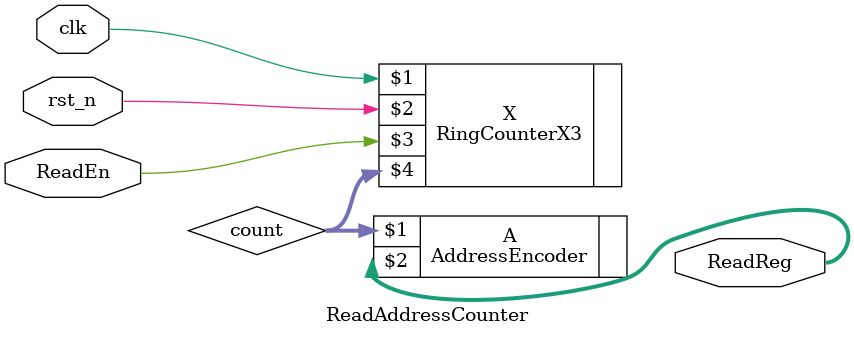
<source format=v>
`timescale 1ns / 1ps

module ReadAddressCounter(
clk, rst_n, ReadEn, ReadReg
    );
    parameter Init = 14;

    input clk;
    input rst_n;
    input ReadEn;
    output [3:0] ReadReg;
    
    wire [14:0] count;

    // module RingCounterX3(clk,rst_n, en, count);
    // addr을 생성 후에 그 값을 encoding
    RingCounterX3 #(Init) X(clk, rst_n, ReadEn, count);
    //module AddressEncoder(AddrIn, AddrOut);
    AddressEncoder A(count, ReadReg);
    
endmodule
</source>
